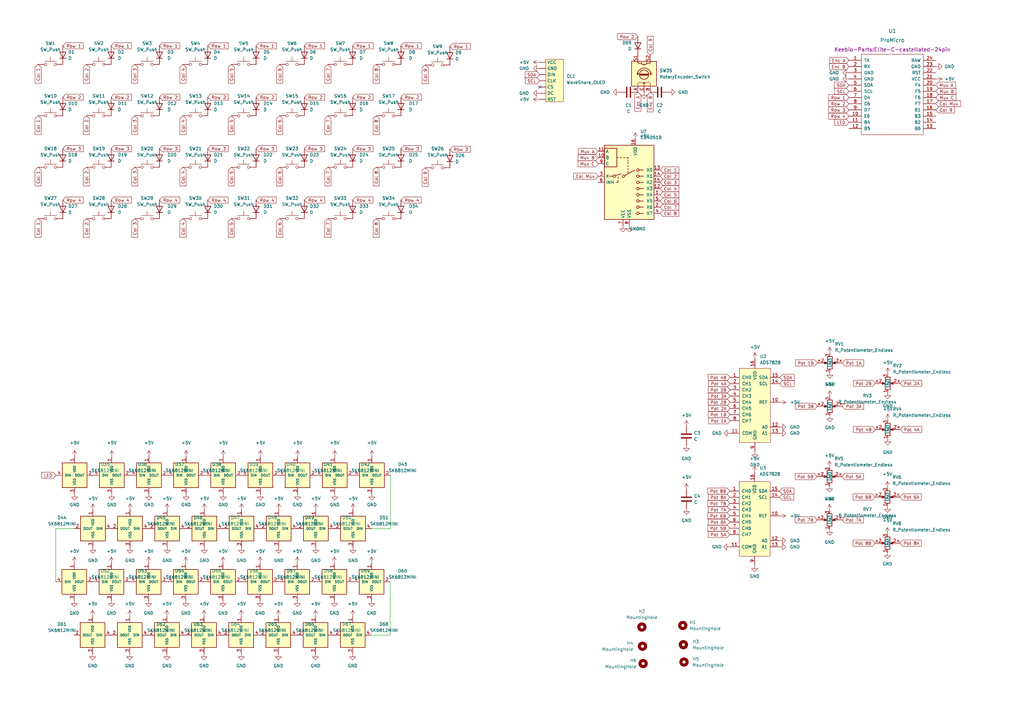
<source format=kicad_sch>
(kicad_sch (version 20211123) (generator eeschema)
  (paper "A3")
  (no_connect (at 221.361 35.687))
  (wire (pts (xy 152.4 216.789) (xy 160.147 216.789)))
  (wire (pts (xy 22.86 216.789) (xy 22.86 238.633)))
  (wire (pts (xy 160.02 238.633) (xy 160.02 260.477)))
  (wire (pts (xy 160.147 194.945) (xy 160.147 216.789)))
  (wire (pts (xy 152.273 260.477) (xy 160.02 260.477)))
  (wire (pts (xy 30.48 216.789) (xy 22.86 216.789)))
  (global_label "Mux A" (shape input) (at 383.794 34.925 0) (property "Intersheet References" "${INTERSHEET_REFS}" (effects hide)))
  (global_label "Col 2" (shape input) (at 35.433 26.416 270) (property "Intersheet References" "${INTERSHEET_REFS}" (effects hide)))
  (global_label "LED" (shape input) (at 348.234 50.165 180) (property "Intersheet References" "${INTERSHEET_REFS}" (effects hide)))
  (global_label "Col 2" (shape input) (at 35.433 68.58 270) (property "Intersheet References" "${INTERSHEET_REFS}" (effects hide)))
  (global_label "Pot 2B" (shape input) (at 299.466 164.973 180) (property "Intersheet References" "${INTERSHEET_REFS}" (effects hide)))
  (global_label "Row 3" (shape input) (at 85.217 60.96 0) (property "Intersheet References" "${INTERSHEET_REFS}" (effects hide)))
  (global_label "Row 1" (shape input) (at 348.234 40.005 180) (property "Intersheet References" "${INTERSHEET_REFS}" (effects hide)))
  (global_label "Row 3" (shape input) (at 105.029 60.96 0) (property "Intersheet References" "${INTERSHEET_REFS}" (effects hide)))
  (global_label "Col 6" (shape input) (at 114.681 47.498 270) (property "Intersheet References" "${INTERSHEET_REFS}" (effects hide)))
  (global_label "Row 1" (shape input) (at 45.593 18.796 0) (property "Intersheet References" "${INTERSHEET_REFS}" (effects hide)))
  (global_label "Pot 3A" (shape input) (at 299.466 162.433 180) (property "Intersheet References" "${INTERSHEET_REFS}" (effects hide)))
  (global_label "Row 2" (shape input) (at 144.653 39.878 0) (property "Intersheet References" "${INTERSHEET_REFS}" (effects hide)))
  (global_label "Col 1" (shape input) (at 15.621 26.416 270) (property "Intersheet References" "${INTERSHEET_REFS}" (effects hide)))
  (global_label "Pot 1A" (shape input) (at 299.466 172.593 180) (property "Intersheet References" "${INTERSHEET_REFS}" (effects hide)))
  (global_label "Pot 1A" (shape input) (at 345.44 148.844 0) (property "Intersheet References" "${INTERSHEET_REFS}" (effects hide)))
  (global_label "Row 4" (shape input) (at 85.217 82.042 0) (property "Intersheet References" "${INTERSHEET_REFS}" (effects hide)))
  (global_label "Row 3" (shape input) (at 124.841 60.96 0) (property "Intersheet References" "${INTERSHEET_REFS}" (effects hide)))
  (global_label "Col 6" (shape input) (at 270.764 82.423 0) (property "Intersheet References" "${INTERSHEET_REFS}" (effects hide)))
  (global_label "Row 3" (shape input) (at 65.405 60.96 0) (property "Intersheet References" "${INTERSHEET_REFS}" (effects hide)))
  (global_label "SDA" (shape input) (at 348.234 34.925 180) (property "Intersheet References" "${INTERSHEET_REFS}" (effects hide)))
  (global_label "Col 5" (shape input) (at 94.869 47.498 270) (property "Intersheet References" "${INTERSHEET_REFS}" (effects hide)))
  (global_label "Pot 6B" (shape input) (at 299.339 211.582 180) (property "Intersheet References" "${INTERSHEET_REFS}" (effects hide)))
  (global_label "Col 2" (shape input) (at 270.764 72.263 0) (property "Intersheet References" "${INTERSHEET_REFS}" (effects hide)))
  (global_label "Pot 7B" (shape input) (at 299.339 206.502 180) (property "Intersheet References" "${INTERSHEET_REFS}" (effects hide)))
  (global_label "Mux B" (shape input) (at 245.364 64.643 180) (property "Intersheet References" "${INTERSHEET_REFS}" (effects hide)))
  (global_label "Pot 2B" (shape input) (at 359.029 157.226 180) (property "Intersheet References" "${INTERSHEET_REFS}" (effects hide)))
  (global_label "Pot 3B" (shape input) (at 335.28 166.624 180) (property "Intersheet References" "${INTERSHEET_REFS}" (effects hide)))
  (global_label "Row 2" (shape input) (at 25.781 39.878 0) (property "Intersheet References" "${INTERSHEET_REFS}" (effects hide)))
  (global_label "Pot 8A" (shape input) (at 369.062 222.758 0) (property "Intersheet References" "${INTERSHEET_REFS}" (effects hide)))
  (global_label "Row 2" (shape input) (at 45.593 39.878 0) (property "Intersheet References" "${INTERSHEET_REFS}" (effects hide)))
  (global_label "Col 1" (shape input) (at 270.764 69.723 0) (property "Intersheet References" "${INTERSHEET_REFS}" (effects hide)))
  (global_label "Col 8" (shape input) (at 154.305 47.498 270) (property "Intersheet References" "${INTERSHEET_REFS}" (effects hide)))
  (global_label "Col 2" (shape input) (at 35.433 47.498 270) (property "Intersheet References" "${INTERSHEET_REFS}" (effects hide)))
  (global_label "Col 8" (shape input) (at 270.764 87.503 0) (property "Intersheet References" "${INTERSHEET_REFS}" (effects hide)))
  (global_label "Col 5" (shape input) (at 270.764 79.883 0) (property "Intersheet References" "${INTERSHEET_REFS}" (effects hide)))
  (global_label "Row 1" (shape input) (at 25.781 18.796 0) (property "Intersheet References" "${INTERSHEET_REFS}" (effects hide)))
  (global_label "Col 5" (shape input) (at 94.869 89.662 270) (property "Intersheet References" "${INTERSHEET_REFS}" (effects hide)))
  (global_label "Enc A" (shape input) (at 261.62 37.846 270) (property "Intersheet References" "${INTERSHEET_REFS}" (effects hide)))
  (global_label "Col 3" (shape input) (at 55.245 68.58 270) (property "Intersheet References" "${INTERSHEET_REFS}" (effects hide)))
  (global_label "Pot 5A" (shape input) (at 299.339 219.202 180) (property "Intersheet References" "${INTERSHEET_REFS}" (effects hide)))
  (global_label "Col 4" (shape input) (at 75.057 89.662 270) (property "Intersheet References" "${INTERSHEET_REFS}" (effects hide)))
  (global_label "Col 1" (shape input) (at 15.621 68.58 270) (property "Intersheet References" "${INTERSHEET_REFS}" (effects hide)))
  (global_label "Col 8" (shape input) (at 154.305 68.58 270) (property "Intersheet References" "${INTERSHEET_REFS}" (effects hide)))
  (global_label "Pot 3B" (shape input) (at 299.466 159.893 180) (property "Intersheet References" "${INTERSHEET_REFS}" (effects hide)))
  (global_label "Mux B" (shape input) (at 383.794 37.465 0) (property "Intersheet References" "${INTERSHEET_REFS}" (effects hide)))
  (global_label "Col 7" (shape input) (at 134.493 26.416 270) (property "Intersheet References" "${INTERSHEET_REFS}" (effects hide)))
  (global_label "Col 8" (shape input) (at 154.305 26.416 270) (property "Intersheet References" "${INTERSHEET_REFS}" (effects hide)))
  (global_label "Col 4" (shape input) (at 75.057 26.416 270) (property "Intersheet References" "${INTERSHEET_REFS}" (effects hide)))
  (global_label "Pot 5B" (shape input) (at 299.339 216.662 180) (property "Intersheet References" "${INTERSHEET_REFS}" (effects hide)))
  (global_label "Row 3" (shape input) (at 184.531 61.214 0) (property "Intersheet References" "${INTERSHEET_REFS}" (effects hide)))
  (global_label "Row 2" (shape input) (at 164.465 39.878 0) (property "Intersheet References" "${INTERSHEET_REFS}" (effects hide)))
  (global_label "Pot 6A" (shape input) (at 299.339 214.122 180) (property "Intersheet References" "${INTERSHEET_REFS}" (effects hide)))
  (global_label "Col 1" (shape input) (at 15.621 89.662 270) (property "Intersheet References" "${INTERSHEET_REFS}" (effects hide)))
  (global_label "Pot 4B" (shape input) (at 299.466 154.813 180) (property "Intersheet References" "${INTERSHEET_REFS}" (effects hide)))
  (global_label "Col 8" (shape input) (at 154.305 89.662 270) (property "Intersheet References" "${INTERSHEET_REFS}" (effects hide)))
  (global_label "Col 9" (shape input) (at 383.794 45.085 0) (property "Intersheet References" "${INTERSHEET_REFS}" (effects hide)))
  (global_label "Pot 8B" (shape input) (at 299.339 201.422 180) (property "Intersheet References" "${INTERSHEET_REFS}" (effects hide)))
  (global_label "Pot 4B" (shape input) (at 359.029 176.149 180) (property "Intersheet References" "${INTERSHEET_REFS}" (effects hide)))
  (global_label "Pot 8A" (shape input) (at 299.339 203.962 180) (property "Intersheet References" "${INTERSHEET_REFS}" (effects hide)))
  (global_label "SCL" (shape input) (at 319.659 203.962 0) (property "Intersheet References" "${INTERSHEET_REFS}" (effects hide)))
  (global_label "Col 2" (shape input) (at 35.433 89.662 270) (property "Intersheet References" "${INTERSHEET_REFS}" (effects hide)))
  (global_label "Col 9" (shape input) (at 174.371 26.67 270) (property "Intersheet References" "${INTERSHEET_REFS}" (effects hide)))
  (global_label "Pot 4A" (shape input) (at 369.189 176.149 0) (property "Intersheet References" "${INTERSHEET_REFS}" (effects hide)))
  (global_label "Mux A" (shape input) (at 245.364 62.103 180) (property "Intersheet References" "${INTERSHEET_REFS}" (effects hide)))
  (global_label "Row 2" (shape input) (at 85.217 39.878 0) (property "Intersheet References" "${INTERSHEET_REFS}" (effects hide)))
  (global_label "Col 3" (shape input) (at 270.764 74.803 0) (property "Intersheet References" "${INTERSHEET_REFS}" (effects hide)))
  (global_label "Pot 5B" (shape input) (at 335.153 195.453 180) (property "Intersheet References" "${INTERSHEET_REFS}" (effects hide)))
  (global_label "Pot 3A" (shape input) (at 345.44 166.624 0) (property "Intersheet References" "${INTERSHEET_REFS}" (effects hide)))
  (global_label "Col 7" (shape input) (at 134.493 89.662 270) (property "Intersheet References" "${INTERSHEET_REFS}" (effects hide)))
  (global_label "Enc A" (shape input) (at 348.234 24.765 180) (property "Intersheet References" "${INTERSHEET_REFS}" (effects hide)))
  (global_label "LED" (shape input) (at 22.987 194.945 180) (property "Intersheet References" "${INTERSHEET_REFS}" (effects hide)))
  (global_label "Col 7" (shape input) (at 134.493 47.498 270) (property "Intersheet References" "${INTERSHEET_REFS}" (effects hide)))
  (global_label "SDA" (shape input) (at 221.361 30.607 180) (property "Intersheet References" "${INTERSHEET_REFS}" (effects hide)))
  (global_label "Col 6" (shape input) (at 114.681 89.662 270) (property "Intersheet References" "${INTERSHEET_REFS}" (effects hide)))
  (global_label "Mux C" (shape input) (at 383.794 40.005 0) (property "Intersheet References" "${INTERSHEET_REFS}" (effects hide)))
  (global_label "Row 4" (shape input) (at 105.029 82.042 0) (property "Intersheet References" "${INTERSHEET_REFS}" (effects hide)))
  (global_label "Row 4" (shape input) (at 124.841 82.042 0) (property "Intersheet References" "${INTERSHEET_REFS}" (effects hide)))
  (global_label "Col 1" (shape input) (at 15.621 47.498 270) (property "Intersheet References" "${INTERSHEET_REFS}" (effects hide)))
  (global_label "Col 4" (shape input) (at 270.764 77.343 0) (property "Intersheet References" "${INTERSHEET_REFS}" (effects hide)))
  (global_label "Row 2" (shape input) (at 65.405 39.878 0) (property "Intersheet References" "${INTERSHEET_REFS}" (effects hide)))
  (global_label "SDA" (shape input) (at 319.786 154.813 0) (property "Intersheet References" "${INTERSHEET_REFS}" (effects hide)))
  (global_label "Pot 5A" (shape input) (at 345.313 195.453 0) (property "Intersheet References" "${INTERSHEET_REFS}" (effects hide)))
  (global_label "Row 2" (shape input) (at 105.029 39.878 0) (property "Intersheet References" "${INTERSHEET_REFS}" (effects hide)))
  (global_label "Pot 7B" (shape input) (at 335.153 213.233 180) (property "Intersheet References" "${INTERSHEET_REFS}" (effects hide)))
  (global_label "Row 4" (shape input) (at 164.465 82.042 0) (property "Intersheet References" "${INTERSHEET_REFS}" (effects hide)))
  (global_label "Mux C" (shape input) (at 245.364 67.183 180) (property "Intersheet References" "${INTERSHEET_REFS}" (effects hide)))
  (global_label "Enc B" (shape input) (at 348.234 27.305 180) (property "Intersheet References" "${INTERSHEET_REFS}" (effects hide)))
  (global_label "Col 7" (shape input) (at 270.764 84.963 0) (property "Intersheet References" "${INTERSHEET_REFS}" (effects hide)))
  (global_label "Col 4" (shape input) (at 75.057 47.498 270) (property "Intersheet References" "${INTERSHEET_REFS}" (effects hide)))
  (global_label "Pot 2A" (shape input) (at 369.189 157.226 0) (property "Intersheet References" "${INTERSHEET_REFS}" (effects hide)))
  (global_label "Row 4" (shape input) (at 25.781 82.042 0) (property "Intersheet References" "${INTERSHEET_REFS}" (effects hide)))
  (global_label "Col 3" (shape input) (at 55.245 89.662 270) (property "Intersheet References" "${INTERSHEET_REFS}" (effects hide)))
  (global_label "Pot 1B" (shape input) (at 299.466 170.053 180) (property "Intersheet References" "${INTERSHEET_REFS}" (effects hide)))
  (global_label "Enc B" (shape input) (at 266.7 37.846 270) (property "Intersheet References" "${INTERSHEET_REFS}" (effects hide)))
  (global_label "Pot 6B" (shape input) (at 358.902 203.835 180) (property "Intersheet References" "${INTERSHEET_REFS}" (effects hide)))
  (global_label "SCL" (shape input) (at 319.786 157.353 0) (property "Intersheet References" "${INTERSHEET_REFS}" (effects hide)))
  (global_label "Col 9" (shape input) (at 174.371 68.834 270) (property "Intersheet References" "${INTERSHEET_REFS}" (effects hide)))
  (global_label "Col Mux" (shape input) (at 383.794 42.545 0) (property "Intersheet References" "${INTERSHEET_REFS}" (effects hide)))
  (global_label "Row 4" (shape input) (at 45.593 82.042 0) (property "Intersheet References" "${INTERSHEET_REFS}" (effects hide)))
  (global_label "Row 1" (shape input) (at 105.029 18.796 0) (property "Intersheet References" "${INTERSHEET_REFS}" (effects hide)))
  (global_label "Col 7" (shape input) (at 134.493 68.58 270) (property "Intersheet References" "${INTERSHEET_REFS}" (effects hide)))
  (global_label "Row 2" (shape input) (at 124.841 39.878 0) (property "Intersheet References" "${INTERSHEET_REFS}" (effects hide)))
  (global_label "Row 2" (shape input) (at 261.62 14.986 180) (property "Intersheet References" "${INTERSHEET_REFS}" (effects hide)))
  (global_label "Pot 4A" (shape input) (at 299.466 157.353 180) (property "Intersheet References" "${INTERSHEET_REFS}" (effects hide)))
  (global_label "Row 3" (shape input) (at 164.465 60.96 0) (property "Intersheet References" "${INTERSHEET_REFS}" (effects hide)))
  (global_label "Row 1" (shape input) (at 184.531 19.05 0) (property "Intersheet References" "${INTERSHEET_REFS}" (effects hide)))
  (global_label "Col 6" (shape input) (at 114.681 68.58 270) (property "Intersheet References" "${INTERSHEET_REFS}" (effects hide)))
  (global_label "Pot 8B" (shape input) (at 358.902 222.758 180) (property "Intersheet References" "${INTERSHEET_REFS}" (effects hide)))
  (global_label "Col Mux" (shape input) (at 245.364 72.263 180) (property "Intersheet References" "${INTERSHEET_REFS}" (effects hide)))
  (global_label "Col 6" (shape input) (at 114.681 26.416 270) (property "Intersheet References" "${INTERSHEET_REFS}" (effects hide)))
  (global_label "Pot 6A" (shape input) (at 369.062 203.835 0) (property "Intersheet References" "${INTERSHEET_REFS}" (effects hide)))
  (global_label "Pot 1B" (shape input) (at 335.28 148.844 180) (property "Intersheet References" "${INTERSHEET_REFS}" (effects hide)))
  (global_label "Row 3" (shape input) (at 348.234 45.085 180) (property "Intersheet References" "${INTERSHEET_REFS}" (effects hide)))
  (global_label "Row 4" (shape input) (at 348.234 47.625 180) (property "Intersheet References" "${INTERSHEET_REFS}" (effects hide)))
  (global_label "Pot 2A" (shape input) (at 299.466 167.513 180) (property "Intersheet References" "${INTERSHEET_REFS}" (effects hide)))
  (global_label "SDA" (shape input) (at 319.659 201.422 0) (property "Intersheet References" "${INTERSHEET_REFS}" (effects hide)))
  (global_label "SCL" (shape input) (at 221.361 33.147 180) (property "Intersheet References" "${INTERSHEET_REFS}" (effects hide)))
  (global_label "Col 5" (shape input) (at 94.869 68.58 270) (property "Intersheet References" "${INTERSHEET_REFS}" (effects hide)))
  (global_label "SCL" (shape input) (at 348.234 37.465 180) (property "Intersheet References" "${INTERSHEET_REFS}" (effects hide)))
  (global_label "Col 9" (shape input) (at 266.7 22.606 90) (property "Intersheet References" "${INTERSHEET_REFS}" (effects hide)))
  (global_label "Row 3" (shape input) (at 25.781 60.96 0) (property "Intersheet References" "${INTERSHEET_REFS}" (effects hide)))
  (global_label "Row 2" (shape input) (at 348.234 42.545 180) (property "Intersheet References" "${INTERSHEET_REFS}" (effects hide)))
  (global_label "Row 3" (shape input) (at 144.653 60.96 0) (property "Intersheet References" "${INTERSHEET_REFS}" (effects hide)))
  (global_label "Row 1" (shape input) (at 124.841 18.796 0) (property "Intersheet References" "${INTERSHEET_REFS}" (effects hide)))
  (global_label "Col 4" (shape input) (at 75.057 68.58 270) (property "Intersheet References" "${INTERSHEET_REFS}" (effects hide)))
  (global_label "Pot 7A" (shape input) (at 345.313 213.233 0) (property "Intersheet References" "${INTERSHEET_REFS}" (effects hide)))
  (global_label "Row 3" (shape input) (at 45.593 60.96 0) (property "Intersheet References" "${INTERSHEET_REFS}" (effects hide)))
  (global_label "Col 3" (shape input) (at 55.245 26.416 270) (property "Intersheet References" "${INTERSHEET_REFS}" (effects hide)))
  (global_label "Row 1" (shape input) (at 164.465 18.796 0) (property "Intersheet References" "${INTERSHEET_REFS}" (effects hide)))
  (global_label "Row 4" (shape input) (at 144.653 82.042 0) (property "Intersheet References" "${INTERSHEET_REFS}" (effects hide)))
  (global_label "Row 1" (shape input) (at 144.653 18.796 0) (property "Intersheet References" "${INTERSHEET_REFS}" (effects hide)))
  (global_label "Col 3" (shape input) (at 55.245 47.498 270) (property "Intersheet References" "${INTERSHEET_REFS}" (effects hide)))
  (global_label "Row 1" (shape input) (at 85.217 18.796 0) (property "Intersheet References" "${INTERSHEET_REFS}" (effects hide)))
  (global_label "Col 5" (shape input) (at 94.869 26.416 270) (property "Intersheet References" "${INTERSHEET_REFS}" (effects hide)))
  (global_label "Pot 7A" (shape input) (at 299.339 209.042 180) (property "Intersheet References" "${INTERSHEET_REFS}" (effects hide)))
  (global_label "Row 1" (shape input) (at 65.405 18.796 0) (property "Intersheet References" "${INTERSHEET_REFS}" (effects hide)))
  (global_label "Row 4" (shape input) (at 65.405 82.042 0) (property "Intersheet References" "${INTERSHEET_REFS}" (effects hide)))
  (symbol (lib_id "power:+5V") (at 260.604 57.023 0) (unit 1)
    (property "Reference" "#PWR?" (effects hide))
    (property "Value" "+5V" (at 262.255 55.7529 0) (effects (justify left)))
  )
  (symbol (lib_id "power:+5V") (at 363.982 218.948 0) (unit 1)
    (property "Reference" "#PWR0181" (effects hide))
    (property "Value" "+5V" (at 363.982 213.487 0))
  )
  (symbol (lib_id "Device:D") (at 45.593 64.77 90) (unit 1)
    (property "Reference" "D19" (at 48.26 63.4999 90) (effects (justify right)))
    (property "Value" "D" (at 48.26 66.0399 90) (effects (justify right)))
    (property "Footprint" "Diode_SMD:D_0805_2012Metric_Pad1.15x1.40mm_HandSolder" (effects hide))
  )
  (symbol (lib_id "Switch:SW_Push") (at 80.137 47.498 0) (unit 1)
    (property "Reference" "SW13" (at 80.137 39.37 0))
    (property "Value" "SW_Push" (at 80.137 41.91 0))
    (property "Footprint" "Pale Slim Ghost:Kailh Choc V1" (effects hide))
  )
  (symbol (lib_id "power:GND") (at 144.78 224.409 0) (mirror y) (unit 1)
    (property "Reference" "#PWR0155" (effects hide))
    (property "Value" "GND" (at 144.78 229.87 0))
  )
  (symbol (lib_id "power:+5V") (at 60.96 231.013 0) (unit 1)
    (property "Reference" "#PWR0132" (effects hide))
    (property "Value" "+5V" (at 60.96 226.06 0))
  )
  (symbol (lib_id "Device:D") (at 144.653 64.77 90) (unit 1)
    (property "Reference" "D24" (at 147.32 63.4999 90) (effects (justify right)))
    (property "Value" "D" (at 147.32 66.0399 90) (effects (justify right)))
    (property "Footprint" "Diode_SMD:D_0805_2012Metric_Pad1.15x1.40mm_HandSolder" (effects hide))
  )
  (symbol (lib_id "power:+5V") (at 83.82 209.169 0) (mirror y) (unit 1)
    (property "Reference" "#PWR0115" (effects hide))
    (property "Value" "+5V" (at 83.82 204.47 0))
  )
  (symbol (lib_id "Device:D") (at 124.841 43.688 90) (unit 1)
    (property "Reference" "D15" (at 127 42.4179 90) (effects (justify right)))
    (property "Value" "D" (at 127 44.9579 90) (effects (justify right)))
    (property "Footprint" "Diode_SMD:D_0805_2012Metric_Pad1.15x1.40mm_HandSolder" (effects hide))
  )
  (symbol (lib_id "Switch:SW_Push") (at 80.137 26.416 0) (unit 1)
    (property "Reference" "SW4" (at 80.137 17.78 0))
    (property "Value" "SW_Push" (at 80.137 20.32 0))
    (property "Footprint" "Pale Slim Ghost:Kailh Choc V1" (effects hide))
  )
  (symbol (lib_id "Switch:SW_Push") (at 119.761 68.58 0) (unit 1)
    (property "Reference" "SW23" (at 119.761 60.96 0))
    (property "Value" "SW_Push" (at 119.761 63.5 0))
    (property "Footprint" "Pale Slim Ghost:Kailh Choc V1" (effects hide))
  )
  (symbol (lib_id "kbd:YS-SK6812MINI-E") (at 83.693 260.477 0) (mirror y) (unit 1)
    (property "Reference" "D64" (at 96.52 255.9926 0))
    (property "Value" "SK6812MINI" (at 96.52 258.5326 0))
    (property "Footprint" "Pale Slim Ghost:SK6812MINI-E" (effects hide))
    (property "Datasheet" "https://cdn-shop.adafruit.com/product-files/2686/SK6812MINI_REV.01-1-2.pdf" (effects hide))
  )
  (symbol (lib_id "power:GND") (at 319.786 177.673 90) (unit 1)
    (property "Reference" "#PWR015" (effects hide))
    (property "Value" "GND" (at 323.977 177.6729 90) (effects (justify right)))
  )
  (symbol (lib_id "power:+5V") (at 121.92 231.013 0) (unit 1)
    (property "Reference" "#PWR0148" (effects hide))
    (property "Value" "+5V" (at 121.92 226.06 0))
  )
  (symbol (lib_id "Switch:SW_Push") (at 119.761 47.498 0) (unit 1)
    (property "Reference" "SW15" (at 119.761 39.37 0))
    (property "Value" "SW_Push" (at 119.761 41.91 0))
    (property "Footprint" "Pale Slim Ghost:Kailh Choc V1" (effects hide))
  )
  (symbol (lib_id "kbd:YS-SK6812MINI-E") (at 106.807 194.945 0) (unit 1)
    (property "Reference" "D40" (at 119.38 190.4606 0))
    (property "Value" "SK6812MINI" (at 119.38 193.0006 0))
    (property "Footprint" "Pale Slim Ghost:SK6812MINI-E" (effects hide))
    (property "Datasheet" "https://cdn-shop.adafruit.com/product-files/2686/SK6812MINI_REV.01-1-2.pdf" (effects hide))
  )
  (symbol (lib_id "Switch:SW_Push") (at 40.513 68.58 0) (unit 1)
    (property "Reference" "SW19" (at 40.513 60.96 0))
    (property "Value" "SW_Push" (at 40.513 63.5 0))
    (property "Footprint" "Pale Slim Ghost:Kailh Choc V1" (effects hide))
  )
  (symbol (lib_id "kbd:YS-SK6812MINI-E") (at 122.047 194.945 0) (unit 1)
    (property "Reference" "D41" (at 134.62 190.4606 0))
    (property "Value" "SK6812MINI" (at 134.62 193.0006 0))
    (property "Footprint" "Pale Slim Ghost:SK6812MINI-E" (effects hide))
    (property "Datasheet" "https://cdn-shop.adafruit.com/product-files/2686/SK6812MINI_REV.01-1-2.pdf" (effects hide))
  )
  (symbol (lib_id "power:+5V") (at 129.413 252.857 0) (mirror y) (unit 1)
    (property "Reference" "#PWR0157" (effects hide))
    (property "Value" "+5V" (at 129.413 247.65 0))
  )
  (symbol (lib_id "kbd:YS-SK6812MINI-E") (at 45.847 194.945 0) (unit 1)
    (property "Reference" "D36" (at 58.42 190.4606 0))
    (property "Value" "SK6812MINI" (at 58.42 193.0006 0))
    (property "Footprint" "Pale Slim Ghost:SK6812MINI-E" (effects hide))
    (property "Datasheet" "https://cdn-shop.adafruit.com/product-files/2686/SK6812MINI_REV.01-1-2.pdf" (effects hide))
  )
  (symbol (lib_id "power:+5V") (at 363.982 200.025 0) (unit 1)
    (property "Reference" "#PWR0182" (effects hide))
    (property "Value" "+5V" (at 363.982 194.437 0))
  )
  (symbol (lib_id "Switch:SW_Push") (at 40.513 26.416 0) (unit 1)
    (property "Reference" "SW2" (at 40.513 17.78 0))
    (property "Value" "SW_Push" (at 40.513 20.32 0))
    (property "Footprint" "Pale Slim Ghost:Kailh Choc V1" (effects hide))
  )
  (symbol (lib_id "Device:D") (at 25.781 22.606 90) (unit 1)
    (property "Reference" "D1" (at 27.94 21.3359 90) (effects (justify right)))
    (property "Value" "D" (at 27.94 23.8759 90) (effects (justify right)))
    (property "Footprint" "Diode_SMD:D_0805_2012Metric_Pad1.15x1.40mm_HandSolder" (effects hide))
  )
  (symbol (lib_id "power:+5V") (at 38.1 209.169 0) (mirror y) (unit 1)
    (property "Reference" "#PWR0135" (effects hide))
    (property "Value" "+5V" (at 38.1 204.47 0))
  )
  (symbol (lib_id "Pale Slim Ghost:R_Potentiometer_Endless") (at 363.982 222.758 0) (unit 1)
    (property "Reference" "RV8" (at 366.0014 214.757 0) (effects (justify left)))
    (property "Value" "R_Potentiometer_Endless" (at 366.0014 217.297 0) (effects (justify left)))
    (property "Footprint" "Pale Slim Ghost:Alpha RV112FF" (effects hide))
  )
  (symbol (lib_id "power:+5V") (at 91.567 187.325 0) (unit 1)
    (property "Reference" "#PWR0112" (effects hide))
    (property "Value" "+5V" (at 91.567 181.61 0))
  )
  (symbol (lib_id "Device:D") (at 144.653 22.606 90) (unit 1)
    (property "Reference" "D7" (at 147.32 21.3359 90) (effects (justify right)))
    (property "Value" "D" (at 147.32 23.8759 90) (effects (justify right)))
    (property "Footprint" "Diode_SMD:D_0805_2012Metric_Pad1.15x1.40mm_HandSolder" (effects hide))
  )
  (symbol (lib_id "power:GND") (at 309.499 231.902 0) (unit 1)
    (property "Reference" "#PWR0176" (effects hide))
    (property "Value" "GND" (at 309.499 236.347 0))
  )
  (symbol (lib_id "power:GND") (at 30.607 202.565 0) (unit 1)
    (property "Reference" "#PWR0137" (effects hide))
    (property "Value" "GND" (at 30.607 207.01 0))
  )
  (symbol (lib_id "Device:C") (at 270.51 37.846 90) (unit 1)
    (property "Reference" "C2" (at 270.51 43.18 90))
    (property "Value" "C" (at 270.51 45.72 90))
    (property "Footprint" "Capacitor_SMD:C_0805_2012Metric_Pad1.18x1.45mm_HandSolder" (effects hide))
  )
  (symbol (lib_id "Device:C") (at 281.559 178.816 0) (unit 1)
    (property "Reference" "C3" (at 284.607 177.5459 0) (effects (justify left)))
    (property "Value" "C" (at 284.607 180.0859 0) (effects (justify left)))
    (property "Footprint" "Capacitor_SMD:C_0805_2012Metric_Pad1.18x1.45mm_HandSolder" (effects hide))
  )
  (symbol (lib_id "power:+5V") (at 137.16 231.013 0) (unit 1)
    (property "Reference" "#PWR0145" (effects hide))
    (property "Value" "+5V" (at 137.16 226.06 0))
  )
  (symbol (lib_id "power:GND") (at 30.48 246.253 0) (unit 1)
    (property "Reference" "#PWR0122" (effects hide))
    (property "Value" "GND" (at 30.48 251.46 0))
  )
  (symbol (lib_id "kbd:YS-SK6812MINI-E") (at 61.087 194.945 0) (unit 1)
    (property "Reference" "D37" (at 73.66 190.4606 0))
    (property "Value" "SK6812MINI" (at 73.66 193.0006 0))
    (property "Footprint" "Pale Slim Ghost:SK6812MINI-E" (effects hide))
    (property "Datasheet" "https://cdn-shop.adafruit.com/product-files/2686/SK6812MINI_REV.01-1-2.pdf" (effects hide))
  )
  (symbol (lib_id "Switch:SW_Push") (at 159.385 47.498 0) (unit 1)
    (property "Reference" "SW17" (at 159.385 39.37 0))
    (property "Value" "SW_Push" (at 159.385 41.91 0))
    (property "Footprint" "Pale Slim Ghost:Kailh Choc V1" (effects hide))
  )
  (symbol (lib_id "power:+5V") (at 53.213 252.857 0) (mirror y) (unit 1)
    (property "Reference" "#PWR0124" (effects hide))
    (property "Value" "+5V" (at 53.213 247.65 0))
  )
  (symbol (lib_id "Switch:SW_Push") (at 80.137 89.662 0) (unit 1)
    (property "Reference" "SW30" (at 80.137 81.28 0))
    (property "Value" "SW_Push" (at 80.137 83.82 0))
    (property "Footprint" "Pale Slim Ghost:Kailh Choc V1" (effects hide))
  )
  (symbol (lib_id "kbd:YS-SK6812MINI-E") (at 144.653 260.477 0) (mirror y) (unit 1)
    (property "Reference" "D68" (at 157.48 255.9926 0))
    (property "Value" "SK6812MINI" (at 157.48 258.5326 0))
    (property "Footprint" "Pale Slim Ghost:SK6812MINI-E" (effects hide))
    (property "Datasheet" "https://cdn-shop.adafruit.com/product-files/2686/SK6812MINI_REV.01-1-2.pdf" (effects hide))
  )
  (symbol (lib_id "power:+5V") (at 364.109 153.416 0) (unit 1)
    (property "Reference" "#PWR07" (effects hide))
    (property "Value" "+5V" (at 364.109 148.717 0))
  )
  (symbol (lib_id "Device:D") (at 164.465 64.77 90) (unit 1)
    (property "Reference" "D25" (at 167.64 63.4999 90) (effects (justify right)))
    (property "Value" "D" (at 167.64 66.0399 90) (effects (justify right)))
    (property "Footprint" "Diode_SMD:D_0805_2012Metric_Pad1.15x1.40mm_HandSolder" (effects hide))
  )
  (symbol (lib_id "Switch:SW_Push") (at 139.573 68.58 0) (unit 1)
    (property "Reference" "SW24" (at 139.573 60.96 0))
    (property "Value" "SW_Push" (at 139.573 63.5 0))
    (property "Footprint" "Pale Slim Ghost:Kailh Choc V1" (effects hide))
  )
  (symbol (lib_id "Device:D") (at 85.217 64.77 90) (unit 1)
    (property "Reference" "D21" (at 87.63 63.4999 90) (effects (justify right)))
    (property "Value" "D" (at 87.63 66.0399 90) (effects (justify right)))
    (property "Footprint" "Diode_SMD:D_0805_2012Metric_Pad1.15x1.40mm_HandSolder" (effects hide))
  )
  (symbol (lib_id "Switch:SW_Push") (at 99.949 68.58 0) (unit 1)
    (property "Reference" "SW22" (at 99.949 60.96 0))
    (property "Value" "SW_Push" (at 99.949 63.5 0))
    (property "Footprint" "Pale Slim Ghost:Kailh Choc V1" (effects hide))
  )
  (symbol (lib_id "Device:D") (at 124.841 64.77 90) (unit 1)
    (property "Reference" "D23" (at 127 63.4999 90) (effects (justify right)))
    (property "Value" "D" (at 127 66.0399 90) (effects (justify right)))
    (property "Footprint" "Diode_SMD:D_0805_2012Metric_Pad1.15x1.40mm_HandSolder" (effects hide))
  )
  (symbol (lib_id "power:GND") (at 60.96 246.253 0) (unit 1)
    (property "Reference" "#PWR0131" (effects hide))
    (property "Value" "GND" (at 60.96 251.46 0))
  )
  (symbol (lib_id "power:+5V") (at 61.087 187.325 0) (unit 1)
    (property "Reference" "#PWR0143" (effects hide))
    (property "Value" "+5V" (at 61.087 181.61 0))
  )
  (symbol (lib_id "kbd:YS-SK6812MINI-E") (at 106.68 238.633 0) (unit 1)
    (property "Reference" "D57" (at 119.38 234.1486 0))
    (property "Value" "SK6812MINI" (at 119.38 236.6886 0))
    (property "Footprint" "Pale Slim Ghost:SK6812MINI-E" (effects hide))
    (property "Datasheet" "https://cdn-shop.adafruit.com/product-files/2686/SK6812MINI_REV.01-1-2.pdf" (effects hide))
  )
  (symbol (lib_id "Switch:SW_Push") (at 60.325 47.498 0) (unit 1)
    (property "Reference" "SW12" (at 60.325 39.37 0))
    (property "Value" "SW_Push" (at 60.325 41.91 0))
    (property "Footprint" "Pale Slim Ghost:Kailh Choc V1" (effects hide))
  )
  (symbol (lib_id "kbd:YS-SK6812MINI-E") (at 45.72 238.633 0) (unit 1)
    (property "Reference" "D53" (at 58.42 234.1486 0))
    (property "Value" "SK6812MINI" (at 58.42 236.6886 0))
    (property "Footprint" "Pale Slim Ghost:SK6812MINI-E" (effects hide))
    (property "Datasheet" "https://cdn-shop.adafruit.com/product-files/2686/SK6812MINI_REV.01-1-2.pdf" (effects hide))
  )
  (symbol (lib_id "Switch:SW_Push") (at 99.949 47.498 0) (unit 1)
    (property "Reference" "SW14" (at 99.949 39.37 0))
    (property "Value" "SW_Push" (at 99.949 41.91 0))
    (property "Footprint" "Pale Slim Ghost:Kailh Choc V1" (effects hide))
  )
  (symbol (lib_id "Pale Slim Ghost:R_Potentiometer_Endless") (at 363.982 203.835 0) (unit 1)
    (property "Reference" "RV6" (at 366.0014 195.707 0) (effects (justify left)))
    (property "Value" "R_Potentiometer_Endless" (at 366.0014 198.247 0) (effects (justify left)))
    (property "Footprint" "Pale Slim Ghost:Alpha RV112FF" (effects hide))
  )
  (symbol (lib_id "Device:D") (at 144.653 43.688 90) (unit 1)
    (property "Reference" "D16" (at 147.32 42.4179 90) (effects (justify right)))
    (property "Value" "D" (at 147.32 44.9579 90) (effects (justify right)))
    (property "Footprint" "Diode_SMD:D_0805_2012Metric_Pad1.15x1.40mm_HandSolder" (effects hide))
  )
  (symbol (lib_id "power:+5V") (at 137.287 187.325 0) (unit 1)
    (property "Reference" "#PWR0164" (effects hide))
    (property "Value" "+5V" (at 137.287 181.61 0))
  )
  (symbol (lib_id "Switch:SW_Push") (at 179.451 26.67 0) (unit 1)
    (property "Reference" "SW9" (at 179.451 19.05 0))
    (property "Value" "SW_Push" (at 179.451 21.59 0))
    (property "Footprint" "Pale Slim Ghost:Kailh Choc V1" (effects hide))
  )
  (symbol (lib_id "power:GND") (at 53.213 268.097 0) (mirror y) (unit 1)
    (property "Reference" "#PWR0123" (effects hide))
    (property "Value" "GND" (at 53.213 273.05 0))
  )
  (symbol (lib_id "kbd:YS-SK6812MINI-E") (at 129.54 216.789 0) (mirror y) (unit 1)
    (property "Reference" "D50" (at 142.24 212.3046 0))
    (property "Value" "SK6812MINI" (at 142.24 214.8446 0))
    (property "Footprint" "Pale Slim Ghost:SK6812MINI-E" (effects hide))
    (property "Datasheet" "https://cdn-shop.adafruit.com/product-files/2686/SK6812MINI_REV.01-1-2.pdf" (effects hide))
  )
  (symbol (lib_id "kbd:YS-SK6812MINI-E") (at 98.933 260.477 0) (mirror y) (unit 1)
    (property "Reference" "D65" (at 111.76 255.9926 0))
    (property "Value" "SK6812MINI" (at 111.76 258.5326 0))
    (property "Footprint" "Pale Slim Ghost:SK6812MINI-E" (effects hide))
    (property "Datasheet" "https://cdn-shop.adafruit.com/product-files/2686/SK6812MINI_REV.01-1-2.pdf" (effects hide))
  )
  (symbol (lib_id "Analog_ADC:ADS7828") (at 309.499 211.582 0) (unit 1)
    (property "Reference" "U3" (at 311.5184 191.897 0) (effects (justify left)))
    (property "Value" "ADS7828" (at 311.5184 194.437 0) (effects (justify left)))
    (property "Footprint" "Package_SO:TSSOP-16_4.4x5mm_P0.65mm" (effects hide))
    (property "Datasheet" "http://www.ti.com/lit/ds/symlink/ads7828.pdf" (effects hide))
  )
  (symbol (lib_id "power:GND") (at 121.92 246.253 0) (unit 1)
    (property "Reference" "#PWR0149" (effects hide))
    (property "Value" "GND" (at 121.92 251.46 0))
  )
  (symbol (lib_id "power:+5V") (at 340.36 145.034 0) (unit 1)
    (property "Reference" "#PWR06" (effects hide))
    (property "Value" "+5V" (at 340.36 139.827 0))
  )
  (symbol (lib_id "power:+5V") (at 152.527 187.325 0) (unit 1)
    (property "Reference" "#PWR0161" (effects hide))
    (property "Value" "+5V" (at 152.527 181.61 0))
  )
  (symbol (lib_id "Device:D") (at 85.217 43.688 90) (unit 1)
    (property "Reference" "D13" (at 87.63 42.4179 90) (effects (justify right)))
    (property "Value" "D" (at 87.63 44.9579 90) (effects (justify right)))
    (property "Footprint" "Diode_SMD:D_0805_2012Metric_Pad1.15x1.40mm_HandSolder" (effects hide))
  )
  (symbol (lib_id "kbd:YS-SK6812MINI-E") (at 53.213 260.477 0) (mirror y) (unit 1)
    (property "Reference" "D62" (at 66.04 255.9926 0))
    (property "Value" "SK6812MINI" (at 66.04 258.5326 0))
    (property "Footprint" "Pale Slim Ghost:SK6812MINI-E" (effects hide))
    (property "Datasheet" "https://cdn-shop.adafruit.com/product-files/2686/SK6812MINI_REV.01-1-2.pdf" (effects hide))
  )
  (symbol (lib_id "power:+5V") (at 319.659 211.582 270) (unit 1)
    (property "Reference" "#PWR0169" (effects hide))
    (property "Value" "+5V" (at 323.977 211.5819 90) (effects (justify left)))
  )
  (symbol (lib_id "power:+5V") (at 91.44 231.013 0) (unit 1)
    (property "Reference" "#PWR0107" (effects hide))
    (property "Value" "+5V" (at 91.44 226.06 0))
  )
  (symbol (lib_id "Analog_ADC:ADS7828") (at 309.626 164.973 0) (unit 1)
    (property "Reference" "U2" (at 311.6454 146.177 0) (effects (justify left)))
    (property "Value" "ADS7828" (at 311.6454 148.717 0) (effects (justify left)))
    (property "Footprint" "Package_SO:TSSOP-16_4.4x5mm_P0.65mm" (effects hide))
    (property "Datasheet" "http://www.ti.com/lit/ds/symlink/ads7828.pdf" (effects hide))
  )
  (symbol (lib_id "Device:RotaryEncoder_Switch") (at 264.16 30.226 90) (unit 1)
    (property "Reference" "SW35" (at 270.51 28.9559 90) (effects (justify right)))
    (property "Value" "RotaryEncoder_Switch" (at 270.51 31.4959 90) (effects (justify right)))
    (property "Footprint" "Keebio-Parts:RotaryEncoder_EC11" (effects hide))
  )
  (symbol (lib_id "power:GND") (at 363.982 207.645 0) (unit 1)
    (property "Reference" "#PWR0178" (effects hide))
    (property "Value" "GND" (at 363.982 212.217 0))
  )
  (symbol (lib_id "Device:D") (at 105.029 43.688 90) (unit 1)
    (property "Reference" "D14" (at 107.95 42.4179 90) (effects (justify right)))
    (property "Value" "D" (at 107.95 44.9579 90) (effects (justify right)))
    (property "Footprint" "Diode_SMD:D_0805_2012Metric_Pad1.15x1.40mm_HandSolder" (effects hide))
  )
  (symbol (lib_id "power:GND") (at 258.064 92.583 0) (unit 1)
    (property "Reference" "#PWR?" (effects hide))
    (property "Value" "GND" (at 260.731 93.8529 0) (effects (justify left)))
  )
  (symbol (lib_id "power:+5V") (at 76.2 231.013 0) (unit 1)
    (property "Reference" "#PWR0134" (effects hide))
    (property "Value" "+5V" (at 76.2 226.06 0))
  )
  (symbol (lib_id "power:GND") (at 299.466 177.673 270) (unit 1)
    (property "Reference" "#PWR014" (effects hide))
    (property "Value" "GND" (at 296.037 177.6729 90) (effects (justify right)))
  )
  (symbol (lib_id "power:GND") (at 144.653 268.097 0) (mirror y) (unit 1)
    (property "Reference" "#PWR0158" (effects hide))
    (property "Value" "GND" (at 144.653 273.05 0))
  )
  (symbol (lib_id "power:GND") (at 37.973 268.097 0) (mirror y) (unit 1)
    (property "Reference" "#PWR0125" (effects hide))
    (property "Value" "GND" (at 37.973 273.05 0))
  )
  (symbol (lib_id "Mechanical:MountingHole") (at 280.289 264.414 0) (unit 1)
    (property "Reference" "H3" (at 283.972 263.1439 0) (effects (justify left)))
    (property "Value" "MountingHole" (at 283.972 265.6839 0) (effects (justify left)))
    (property "Footprint" "MountingHole:MountingHole_3.2mm_M3" (effects hide))
  )
  (symbol (lib_id "Pale Slim Ghost:R_Potentiometer_Endless") (at 340.36 148.844 0) (unit 1)
    (property "Reference" "RV1" (at 342.3794 141.097 0) (effects (justify left)))
    (property "Value" "R_Potentiometer_Endless" (at 342.3794 143.637 0) (effects (justify left)))
    (property "Footprint" "Pale Slim Ghost:Alpha RV112FF" (effects hide))
  )
  (symbol (lib_id "Pale Slim Ghost:R_Potentiometer_Endless") (at 364.109 176.149 0) (unit 1)
    (property "Reference" "RV4" (at 366.1284 167.767 0) (effects (justify left)))
    (property "Value" "R_Potentiometer_Endless" (at 366.1284 170.307 0) (effects (justify left)))
    (property "Footprint" "Pale Slim Ghost:Alpha RV112FF" (effects hide))
  )
  (symbol (lib_id "power:+5V") (at 144.78 209.169 0) (mirror y) (unit 1)
    (property "Reference" "#PWR0162" (effects hide))
    (property "Value" "+5V" (at 144.78 204.47 0))
  )
  (symbol (lib_id "Switch:SW_Push") (at 99.949 26.416 0) (unit 1)
    (property "Reference" "SW5" (at 99.949 17.78 0))
    (property "Value" "SW_Push" (at 99.949 20.32 0))
    (property "Footprint" "Pale Slim Ghost:Kailh Choc V1" (effects hide))
  )
  (symbol (lib_id "power:GND") (at 137.16 246.253 0) (unit 1)
    (property "Reference" "#PWR0156" (effects hide))
    (property "Value" "GND" (at 137.16 251.46 0))
  )
  (symbol (lib_id "kbd:YS-SK6812MINI-E") (at 53.34 216.789 0) (mirror y) (unit 1)
    (property "Reference" "D45" (at 66.04 212.3046 0))
    (property "Value" "SK6812MINI" (at 66.04 214.8446 0))
    (property "Footprint" "Pale Slim Ghost:SK6812MINI-E" (effects hide))
    (property "Datasheet" "https://cdn-shop.adafruit.com/product-files/2686/SK6812MINI_REV.01-1-2.pdf" (effects hide))
  )
  (symbol (lib_id "Switch:SW_Push") (at 99.949 89.662 0) (unit 1)
    (property "Reference" "SW31" (at 99.949 81.28 0))
    (property "Value" "SW_Push" (at 99.949 83.82 0))
    (property "Footprint" "Pale Slim Ghost:Kailh Choc V1" (effects hide))
  )
  (symbol (lib_id "power:GND") (at 221.361 38.227 270) (unit 1)
    (property "Reference" "#PWR0192" (effects hide))
    (property "Value" "GND" (at 217.043 38.2269 90) (effects (justify right)))
  )
  (symbol (lib_id "promicro:ProMicro") (at 366.014 43.815 0) (unit 1)
    (property "Reference" "U1" (at 366.014 12.7 0) (effects (font (size 1.524 1.524))))
    (property "Value" "ProMicro" (at 366.014 16.51 0) (effects (font (size 1.524 1.524))))
    (property "Footprint" "Keebio-Parts:Elite-C-castellated-24pin" (at 366.014 20.32 0) (effects (font (size 1.524 1.524))))
  )
  (symbol (lib_id "power:GND") (at 45.72 246.253 0) (unit 1)
    (property "Reference" "#PWR0121" (effects hide))
    (property "Value" "GND" (at 45.72 251.46 0))
  )
  (symbol (lib_id "Device:D") (at 45.593 43.688 90) (unit 1)
    (property "Reference" "D11" (at 48.26 42.4179 90) (effects (justify right)))
    (property "Value" "D" (at 48.26 44.9579 90) (effects (justify right)))
    (property "Footprint" "Diode_SMD:D_0805_2012Metric_Pad1.15x1.40mm_HandSolder" (effects hide))
  )
  (symbol (lib_id "Device:D") (at 85.217 22.606 90) (unit 1)
    (property "Reference" "D4" (at 87.63 21.3359 90) (effects (justify right)))
    (property "Value" "D" (at 87.63 23.8759 90) (effects (justify right)))
    (property "Footprint" "Diode_SMD:D_0805_2012Metric_Pad1.15x1.40mm_HandSolder" (effects hide))
  )
  (symbol (lib_id "kbd:YS-SK6812MINI-E") (at 129.413 260.477 0) (mirror y) (unit 1)
    (property "Reference" "D67" (at 142.24 255.9926 0))
    (property "Value" "SK6812MINI" (at 142.24 258.5326 0))
    (property "Footprint" "Pale Slim Ghost:SK6812MINI-E" (effects hide))
    (property "Datasheet" "https://cdn-shop.adafruit.com/product-files/2686/SK6812MINI_REV.01-1-2.pdf" (effects hide))
  )
  (symbol (lib_id "Device:C") (at 257.81 37.846 90) (unit 1)
    (property "Reference" "C1" (at 257.81 43.18 90))
    (property "Value" "C" (at 257.81 45.72 90))
    (property "Footprint" "Capacitor_SMD:C_0805_2012Metric_Pad1.18x1.45mm_HandSolder" (effects hide))
  )
  (symbol (lib_id "power:+5V") (at 152.4 231.013 0) (unit 1)
    (property "Reference" "#PWR0154" (effects hide))
    (property "Value" "+5V" (at 152.4 226.06 0))
  )
  (symbol (lib_id "power:+5V") (at 340.233 191.643 0) (unit 1)
    (property "Reference" "#PWR0173" (effects hide))
    (property "Value" "+5V" (at 340.233 186.817 0))
  )
  (symbol (lib_id "Switch:SW_Push") (at 20.701 26.416 0) (unit 1)
    (property "Reference" "SW1" (at 20.701 17.78 0))
    (property "Value" "SW_Push" (at 20.701 20.32 0))
    (property "Footprint" "Pale Slim Ghost:Kailh Choc V1" (effects hide))
  )
  (symbol (lib_id "power:GND") (at 348.234 29.845 270) (unit 1)
    (property "Reference" "#PWR02" (effects hide))
    (property "Value" "GND" (at 344.17 29.8449 90) (effects (justify right)))
  )
  (symbol (lib_id "Device:D") (at 164.465 43.688 90) (unit 1)
    (property "Reference" "D17" (at 167.64 42.4179 90) (effects (justify right)))
    (property "Value" "D" (at 167.64 44.9579 90) (effects (justify right)))
    (property "Footprint" "Diode_SMD:D_0805_2012Metric_Pad1.15x1.40mm_HandSolder" (effects hide))
  )
  (symbol (lib_id "power:+5V") (at 30.48 231.013 0) (unit 1)
    (property "Reference" "#PWR0116" (effects hide))
    (property "Value" "+5V" (at 30.48 226.06 0))
  )
  (symbol (lib_id "power:+5V") (at 340.233 209.423 0) (unit 1)
    (property "Reference" "#PWR0179" (effects hide))
    (property "Value" "+5V" (at 340.233 204.597 0))
  )
  (symbol (lib_id "power:GND") (at 319.786 175.133 90) (unit 1)
    (property "Reference" "#PWR013" (effects hide))
    (property "Value" "GND" (at 323.977 175.1329 90) (effects (justify right)))
  )
  (symbol (lib_id "power:GND") (at 255.524 92.583 0) (unit 1)
    (property "Reference" "#PWR?" (effects hide))
    (property "Value" "GND" (at 258.191 93.8529 0) (effects (justify left)))
  )
  (symbol (lib_id "power:+5V") (at 221.361 40.767 90) (unit 1)
    (property "Reference" "#PWR0193" (effects hide))
    (property "Value" "+5V" (at 217.043 40.7669 90) (effects (justify left)))
  )
  (symbol (lib_id "kbd:YS-SK6812MINI-E") (at 91.567 194.945 0) (unit 1)
    (property "Reference" "D39" (at 104.14 190.4606 0))
    (property "Value" "SK6812MINI" (at 104.14 193.0006 0))
    (property "Footprint" "Pale Slim Ghost:SK6812MINI-E" (effects hide))
    (property "Datasheet" "https://cdn-shop.adafruit.com/product-files/2686/SK6812MINI_REV.01-1-2.pdf" (effects hide))
  )
  (symbol (lib_id "Analog_Switch:CD4051B") (at 258.064 74.803 0) (unit 1)
    (property "Reference" "U?" (at 262.6234 53.848 0) (effects (justify left)))
    (property "Value" "CD4051B" (at 262.6234 56.388 0) (effects (justify left)))
    (property "Footprint" "Package_SO:TSSOP-16_4.4x5mm_P0.65mm" (effects hide))
    (property "Datasheet" "http://www.ti.com/lit/ds/symlink/cd4052b.pdf" (effects hide))
  )
  (symbol (lib_id "Device:D") (at 124.841 85.852 90) (unit 1)
    (property "Reference" "D32" (at 127 84.5819 90) (effects (justify right)))
    (property "Value" "D" (at 127 87.1219 90) (effects (justify right)))
    (property "Footprint" "Diode_SMD:D_0805_2012Metric_Pad1.15x1.40mm_HandSolder" (effects hide))
  )
  (symbol (lib_id "Device:D") (at 124.841 22.606 90) (unit 1)
    (property "Reference" "D6" (at 127 21.3359 90) (effects (justify right)))
    (property "Value" "D" (at 127 23.8759 90) (effects (justify right)))
    (property "Footprint" "Diode_SMD:D_0805_2012Metric_Pad1.15x1.40mm_HandSolder" (effects hide))
  )
  (symbol (lib_id "power:GND") (at 274.32 37.846 90) (unit 1)
    (property "Reference" "#PWR0187" (effects hide))
    (property "Value" "GND" (at 278.13 37.8459 90) (effects (justify right)))
  )
  (symbol (lib_id "Mechanical:MountingHole") (at 263.525 265.049 0) (unit 1)
    (property "Reference" "H4" (at 259.842 263.7789 0) (effects (justify right)))
    (property "Value" "MountingHole" (at 259.842 266.3189 0) (effects (justify right)))
    (property "Footprint" "MountingHole:MountingHole_3.2mm_M3" (effects hide))
  )
  (symbol (lib_id "Switch:SW_Push") (at 60.325 89.662 0) (unit 1)
    (property "Reference" "SW29" (at 60.325 81.28 0))
    (property "Value" "SW_Push" (at 60.325 83.82 0))
    (property "Footprint" "Pale Slim Ghost:Kailh Choc V1" (effects hide))
  )
  (symbol (lib_id "power:+5V") (at 106.68 231.013 0) (unit 1)
    (property "Reference" "#PWR0106" (effects hide))
    (property "Value" "+5V" (at 106.68 226.06 0))
  )
  (symbol (lib_id "power:GND") (at 319.659 224.282 90) (unit 1)
    (property "Reference" "#PWR0171" (effects hide))
    (property "Value" "GND" (at 323.977 224.2819 90) (effects (justify right)))
  )
  (symbol (lib_id "power:GND") (at 152.527 202.565 0) (unit 1)
    (property "Reference" "#PWR0163" (effects hide))
    (property "Value" "GND" (at 152.527 207.01 0))
  )
  (symbol (lib_id "power:+5V") (at 281.559 175.006 0) (unit 1)
    (property "Reference" "#PWR0188" (effects hide))
    (property "Value" "+5V" (at 281.559 170.307 0))
  )
  (symbol (lib_id "kbd:YS-SK6812MINI-E") (at 68.453 260.477 0) (mirror y) (unit 1)
    (property "Reference" "D63" (at 81.28 255.9926 0))
    (property "Value" "SK6812MINI" (at 81.28 258.5326 0))
    (property "Footprint" "Pale Slim Ghost:SK6812MINI-E" (effects hide))
    (property "Datasheet" "https://cdn-shop.adafruit.com/product-files/2686/SK6812MINI_REV.01-1-2.pdf" (effects hide))
  )
  (symbol (lib_id "power:+5V") (at 340.36 162.814 0) (unit 1)
    (property "Reference" "#PWR011" (effects hide))
    (property "Value" "+5V" (at 340.36 157.607 0))
  )
  (symbol (lib_id "Mechanical:MountingHole") (at 280.035 256.54 0) (unit 1)
    (property "Reference" "H1" (at 282.702 255.2699 0) (effects (justify left)))
    (property "Value" "MountingHole" (at 282.702 257.8099 0) (effects (justify left)))
    (property "Footprint" "MountingHole:MountingHole_3.2mm_M3" (effects hide))
  )
  (symbol (lib_id "power:+5V") (at 76.327 187.325 0) (unit 1)
    (property "Reference" "#PWR0140" (effects hide))
    (property "Value" "+5V" (at 76.327 181.61 0))
  )
  (symbol (lib_id "power:GND") (at 106.807 202.565 0) (unit 1)
    (property "Reference" "#PWR0109" (effects hide))
    (property "Value" "GND" (at 106.807 207.01 0))
  )
  (symbol (lib_id "power:GND") (at 364.109 161.036 0) (unit 1)
    (property "Reference" "#PWR09" (effects hide))
    (property "Value" "GND" (at 364.109 166.497 0))
  )
  (symbol (lib_id "power:GND") (at 68.453 268.097 0) (mirror y) (unit 1)
    (property "Reference" "#PWR0127" (effects hide))
    (property "Value" "GND" (at 68.453 273.05 0))
  )
  (symbol (lib_id "Device:D") (at 65.405 22.606 90) (unit 1)
    (property "Reference" "D3" (at 68.58 21.3359 90) (effects (justify right)))
    (property "Value" "D" (at 68.58 23.8759 90) (effects (justify right)))
    (property "Footprint" "Diode_SMD:D_0805_2012Metric_Pad1.15x1.40mm_HandSolder" (effects hide))
  )
  (symbol (lib_id "power:GND") (at 129.54 224.409 0) (mirror y) (unit 1)
    (property "Reference" "#PWR0146" (effects hide))
    (property "Value" "GND" (at 129.54 229.87 0))
  )
  (symbol (lib_id "kbd:YS-SK6812MINI-E") (at 76.2 238.633 0) (unit 1)
    (property "Reference" "D55" (at 88.9 234.1486 0))
    (property "Value" "SK6812MINI" (at 88.9 236.6886 0))
    (property "Footprint" "Pale Slim Ghost:SK6812MINI-E" (effects hide))
    (property "Datasheet" "https://cdn-shop.adafruit.com/product-files/2686/SK6812MINI_REV.01-1-2.pdf" (effects hide))
  )
  (symbol (lib_id "kbd:YS-SK6812MINI-E") (at 114.3 216.789 0) (mirror y) (unit 1)
    (property "Reference" "D49" (at 127 212.3046 0))
    (property "Value" "SK6812MINI" (at 127 214.8446 0))
    (property "Footprint" "Pale Slim Ghost:SK6812MINI-E" (effects hide))
    (property "Datasheet" "https://cdn-shop.adafruit.com/product-files/2686/SK6812MINI_REV.01-1-2.pdf" (effects hide))
  )
  (symbol (lib_id "power:+5V") (at 45.847 187.325 0) (unit 1)
    (property "Reference" "#PWR0138" (effects hide))
    (property "Value" "+5V" (at 45.847 181.61 0))
  )
  (symbol (lib_id "power:GND") (at 61.087 202.565 0) (unit 1)
    (property "Reference" "#PWR0144" (effects hide))
    (property "Value" "GND" (at 61.087 207.01 0))
  )
  (symbol (lib_id "kbd:YS-SK6812MINI-E") (at 144.78 216.789 0) (mirror y) (unit 1)
    (property "Reference" "D51" (at 157.48 212.3046 0))
    (property "Value" "SK6812MINI" (at 157.48 214.8446 0))
    (property "Footprint" "Pale Slim Ghost:SK6812MINI-E" (effects hide))
    (property "Datasheet" "https://cdn-shop.adafruit.com/product-files/2686/SK6812MINI_REV.01-1-2.pdf" (effects hide))
  )
  (symbol (lib_id "power:GND") (at 38.1 224.409 0) (mirror y) (unit 1)
    (property "Reference" "#PWR0117" (effects hide))
    (property "Value" "GND" (at 38.1 229.87 0))
  )
  (symbol (lib_id "Device:D") (at 65.405 85.852 90) (unit 1)
    (property "Reference" "D29" (at 68.58 84.5819 90) (effects (justify right)))
    (property "Value" "D" (at 68.58 87.1219 90) (effects (justify right)))
    (property "Footprint" "Diode_SMD:D_0805_2012Metric_Pad1.15x1.40mm_HandSolder" (effects hide))
  )
  (symbol (lib_id "power:GND") (at 319.659 221.742 90) (unit 1)
    (property "Reference" "#PWR0172" (effects hide))
    (property "Value" "GND" (at 323.977 221.7419 90) (effects (justify right)))
  )
  (symbol (lib_id "power:+5V") (at 68.58 209.169 0) (mirror y) (unit 1)
    (property "Reference" "#PWR0141" (effects hide))
    (property "Value" "+5V" (at 68.58 204.47 0))
  )
  (symbol (lib_id "power:+5V") (at 114.173 252.857 0) (mirror y) (unit 1)
    (property "Reference" "#PWR0151" (effects hide))
    (property "Value" "+5V" (at 114.173 247.65 0))
  )
  (symbol (lib_id "kbd:YS-SK6812MINI-E") (at 152.4 238.633 0) (unit 1)
    (property "Reference" "D60" (at 165.1 234.1486 0))
    (property "Value" "SK6812MINI" (at 165.1 236.6886 0))
    (property "Footprint" "Pale Slim Ghost:SK6812MINI-E" (effects hide))
    (property "Datasheet" "https://cdn-shop.adafruit.com/product-files/2686/SK6812MINI_REV.01-1-2.pdf" (effects hide))
  )
  (symbol (lib_id "power:+5V") (at 37.973 252.857 0) (mirror y) (unit 1)
    (property "Reference" "#PWR0126" (effects hide))
    (property "Value" "+5V" (at 37.973 247.65 0))
  )
  (symbol (lib_id "power:GND") (at 221.361 28.067 270) (unit 1)
    (property "Reference" "#PWR0183" (effects hide))
    (property "Value" "GND" (at 217.043 28.0669 90) (effects (justify right)))
  )
  (symbol (lib_id "Switch:SW_Push") (at 119.761 26.416 0) (unit 1)
    (property "Reference" "SW6" (at 119.761 17.78 0))
    (property "Value" "SW_Push" (at 119.761 20.32 0))
    (property "Footprint" "Pale Slim Ghost:Kailh Choc V1" (effects hide))
  )
  (symbol (lib_id "Device:D") (at 164.465 22.606 90) (unit 1)
    (property "Reference" "D8" (at 167.64 21.3359 90) (effects (justify right)))
    (property "Value" "D" (at 167.64 23.8759 90) (effects (justify right)))
    (property "Footprint" "Diode_SMD:D_0805_2012Metric_Pad1.15x1.40mm_HandSolder" (effects hide))
  )
  (symbol (lib_id "Device:D") (at 45.593 22.606 90) (unit 1)
    (property "Reference" "D2" (at 48.26 21.3359 90) (effects (justify right)))
    (property "Value" "D" (at 48.26 23.8759 90) (effects (justify right)))
    (property "Footprint" "Diode_SMD:D_0805_2012Metric_Pad1.15x1.40mm_HandSolder" (effects hide))
  )
  (symbol (lib_id "power:GND") (at 45.847 202.565 0) (unit 1)
    (property "Reference" "#PWR0136" (effects hide))
    (property "Value" "GND" (at 45.847 207.01 0))
  )
  (symbol (lib_id "power:GND") (at 76.2 246.253 0) (unit 1)
    (property "Reference" "#PWR0128" (effects hide))
    (property "Value" "GND" (at 76.2 251.46 0))
  )
  (symbol (lib_id "Switch:SW_Push") (at 60.325 68.58 0) (unit 1)
    (property "Reference" "SW20" (at 60.325 60.96 0))
    (property "Value" "SW_Push" (at 60.325 63.5 0))
    (property "Footprint" "Pale Slim Ghost:Kailh Choc V1" (effects hide))
  )
  (symbol (lib_id "power:GND") (at 137.287 202.565 0) (unit 1)
    (property "Reference" "#PWR0160" (effects hide))
    (property "Value" "GND" (at 137.287 207.01 0))
  )
  (symbol (lib_id "Pale Slim Ghost:R_Potentiometer_Endless") (at 364.109 157.226 0) (unit 1)
    (property "Reference" "RV2" (at 366.1284 149.987 0) (effects (justify left)))
    (property "Value" "R_Potentiometer_Endless" (at 366.1284 152.527 0) (effects (justify left)))
    (property "Footprint" "Pale Slim Ghost:Alpha RV112FF" (effects hide))
  )
  (symbol (lib_id "Mechanical:MountingHole") (at 263.271 257.175 0) (unit 1)
    (property "Reference" "H2" (at 263.271 250.698 0))
    (property "Value" "MountingHole" (at 263.271 253.238 0))
    (property "Footprint" "MountingHole:MountingHole_3.2mm_M3" (effects hide))
  )
  (symbol (lib_id "power:GND") (at 114.173 268.097 0) (mirror y) (unit 1)
    (property "Reference" "#PWR0152" (effects hide))
    (property "Value" "GND" (at 114.173 273.05 0))
  )
  (symbol (lib_id "power:GND") (at 299.339 224.282 270) (unit 1)
    (property "Reference" "#PWR0177" (effects hide))
    (property "Value" "GND" (at 296.037 224.2819 90) (effects (justify right)))
  )
  (symbol (lib_id "Device:D") (at 25.781 85.852 90) (unit 1)
    (property "Reference" "D27" (at 27.94 84.5819 90) (effects (justify right)))
    (property "Value" "D" (at 27.94 87.1219 90) (effects (justify right)))
    (property "Footprint" "Diode_SMD:D_0805_2012Metric_Pad1.15x1.40mm_HandSolder" (effects hide))
  )
  (symbol (lib_id "Switch:SW_Push") (at 20.701 68.58 0) (unit 1)
    (property "Reference" "SW18" (at 20.701 60.96 0))
    (property "Value" "SW_Push" (at 20.701 63.5 0))
    (property "Footprint" "Pale Slim Ghost:Kailh Choc V1" (effects hide))
  )
  (symbol (lib_id "power:GND") (at 91.567 202.565 0) (unit 1)
    (property "Reference" "#PWR0114" (effects hide))
    (property "Value" "GND" (at 91.567 207.01 0))
  )
  (symbol (lib_id "Device:D") (at 65.405 64.77 90) (unit 1)
    (property "Reference" "D20" (at 68.58 63.4999 90) (effects (justify right)))
    (property "Value" "D" (at 68.58 66.0399 90) (effects (justify right)))
    (property "Footprint" "Diode_SMD:D_0805_2012Metric_Pad1.15x1.40mm_HandSolder" (effects hide))
  )
  (symbol (lib_id "power:+5V") (at 144.653 252.857 0) (mirror y) (unit 1)
    (property "Reference" "#PWR0159" (effects hide))
    (property "Value" "+5V" (at 144.653 247.65 0))
  )
  (symbol (lib_id "power:GND") (at 129.413 268.097 0) (mirror y) (unit 1)
    (property "Reference" "#PWR0150" (effects hide))
    (property "Value" "GND" (at 129.413 273.05 0))
  )
  (symbol (lib_id "power:GND") (at 91.44 246.253 0) (unit 1)
    (property "Reference" "#PWR0105" (effects hide))
    (property "Value" "GND" (at 91.44 251.46 0))
  )
  (symbol (lib_id "Device:D") (at 105.029 22.606 90) (unit 1)
    (property "Reference" "D5" (at 107.95 21.3359 90) (effects (justify right)))
    (property "Value" "D" (at 107.95 23.8759 90) (effects (justify right)))
    (property "Footprint" "Diode_SMD:D_0805_2012Metric_Pad1.15x1.40mm_HandSolder" (effects hide))
  )
  (symbol (lib_id "Device:D") (at 45.593 85.852 90) (unit 1)
    (property "Reference" "D28" (at 48.26 84.5819 90) (effects (justify right)))
    (property "Value" "D" (at 48.26 87.1219 90) (effects (justify right)))
    (property "Footprint" "Diode_SMD:D_0805_2012Metric_Pad1.15x1.40mm_HandSolder" (effects hide))
  )
  (symbol (lib_id "kbd:YS-SK6812MINI-E") (at 30.48 238.633 0) (unit 1)
    (property "Reference" "D52" (at 43.18 234.1486 0))
    (property "Value" "SK6812MINI" (at 43.18 236.6886 0))
    (property "Footprint" "Pale Slim Ghost:SK6812MINI-E" (effects hide))
    (property "Datasheet" "https://cdn-shop.adafruit.com/product-files/2686/SK6812MINI_REV.01-1-2.pdf" (effects hide))
  )
  (symbol (lib_id "power:+5V") (at 364.109 172.339 0) (unit 1)
    (property "Reference" "#PWR012" (effects hide))
    (property "Value" "+5V" (at 364.109 167.767 0))
  )
  (symbol (lib_id "kbd:YS-SK6812MINI-E") (at 30.607 194.945 0) (unit 1)
    (property "Reference" "D35" (at 43.18 190.4606 0))
    (property "Value" "SK6812MINI" (at 43.18 193.0006 0))
    (property "Footprint" "Pale Slim Ghost:SK6812MINI-E" (effects hide))
    (property "Datasheet" "https://cdn-shop.adafruit.com/product-files/2686/SK6812MINI_REV.01-1-2.pdf" (effects hide))
  )
  (symbol (lib_id "power:+5V") (at 129.54 209.169 0) (mirror y) (unit 1)
    (property "Reference" "#PWR0167" (effects hide))
    (property "Value" "+5V" (at 129.54 204.47 0))
  )
  (symbol (lib_id "kbd:YS-SK6812MINI-E") (at 152.527 194.945 0) (unit 1)
    (property "Reference" "D43" (at 165.1 190.4606 0))
    (property "Value" "SK6812MINI" (at 165.1 193.0006 0))
    (property "Footprint" "Pale Slim Ghost:SK6812MINI-E" (effects hide))
    (property "Datasheet" "https://cdn-shop.adafruit.com/product-files/2686/SK6812MINI_REV.01-1-2.pdf" (effects hide))
  )
  (symbol (lib_id "power:GND") (at 281.559 208.534 0) (unit 1)
    (property "Reference" "#PWR0190" (effects hide))
    (property "Value" "GND" (at 281.559 213.487 0))
  )
  (symbol (lib_id "power:+5V") (at 221.361 25.527 90) (unit 1)
    (property "Reference" "#PWR0184" (effects hide))
    (property "Value" "+5V" (at 217.043 25.5269 90) (effects (justify left)))
  )
  (symbol (lib_id "power:GND") (at 68.58 224.409 0) (mirror y) (unit 1)
    (property "Reference" "#PWR0120" (effects hide))
    (property "Value" "GND" (at 68.58 229.87 0))
  )
  (symbol (lib_id "Device:D") (at 65.405 43.688 90) (unit 1)
    (property "Reference" "D12" (at 68.58 42.4179 90) (effects (justify right)))
    (property "Value" "D" (at 68.58 44.9579 90) (effects (justify right)))
    (property "Footprint" "Diode_SMD:D_0805_2012Metric_Pad1.15x1.40mm_HandSolder" (effects hide))
  )
  (symbol (lib_id "Pale Slim Ghost:R_Potentiometer_Endless") (at 340.36 166.624 0) (unit 1)
    (property "Reference" "RV3" (at 355.727 162.2933 0))
    (property "Value" "R_Potentiometer_Endless" (at 355.727 164.8333 0))
    (property "Footprint" "Pale Slim Ghost:Alpha RV112FF" (effects hide))
  )
  (symbol (lib_id "power:GND") (at 254 37.846 270) (mirror x) (unit 1)
    (property "Reference" "#PWR0185" (effects hide))
    (property "Value" "GND" (at 250.19 37.8459 90) (effects (justify right)))
  )
  (symbol (lib_id "power:GND") (at 106.68 246.253 0) (unit 1)
    (property "Reference" "#PWR0104" (effects hide))
    (property "Value" "GND" (at 106.68 251.46 0))
  )
  (symbol (lib_id "Pale Slim Ghost:R_Potentiometer_Endless") (at 340.233 213.233 0) (unit 1)
    (property "Reference" "RV7" (at 355.727 208.9023 0))
    (property "Value" "R_Potentiometer_Endless" (at 355.727 211.4423 0))
    (property "Footprint" "Pale Slim Ghost:Alpha RV112FF" (effects hide))
  )
  (symbol (lib_id "power:GND") (at 98.933 268.097 0) (mirror y) (unit 1)
    (property "Reference" "#PWR0103" (effects hide))
    (property "Value" "GND" (at 98.933 273.05 0))
  )
  (symbol (lib_id "Switch:SW_Push") (at 159.385 89.662 0) (unit 1)
    (property "Reference" "SW34" (at 159.385 81.28 0))
    (property "Value" "SW_Push" (at 159.385 83.82 0))
    (property "Footprint" "Pale Slim Ghost:Kailh Choc V1" (effects hide))
  )
  (symbol (lib_id "power:GND") (at 114.3 224.409 0) (mirror y) (unit 1)
    (property "Reference" "#PWR0147" (effects hide))
    (property "Value" "GND" (at 114.3 229.87 0))
  )
  (symbol (lib_id "power:GND") (at 383.794 27.305 90) (unit 1)
    (property "Reference" "#PWR01" (effects hide))
    (property "Value" "GND" (at 387.35 27.3049 90) (effects (justify right)))
  )
  (symbol (lib_id "Device:D") (at 164.465 85.852 90) (unit 1)
    (property "Reference" "D34" (at 167.64 84.5819 90) (effects (justify right)))
    (property "Value" "D" (at 167.64 87.1219 90) (effects (justify right)))
    (property "Footprint" "Diode_SMD:D_0805_2012Metric_Pad1.15x1.40mm_HandSolder" (effects hide))
  )
  (symbol (lib_id "power:GND") (at 152.4 246.253 0) (unit 1)
    (property "Reference" "#PWR0153" (effects hide))
    (property "Value" "GND" (at 152.4 251.46 0))
  )
  (symbol (lib_id "power:GND") (at 83.82 224.409 0) (mirror y) (unit 1)
    (property "Reference" "#PWR0119" (effects hide))
    (property "Value" "GND" (at 83.82 229.87 0))
  )
  (symbol (lib_id "power:+5V") (at 30.607 187.325 0) (unit 1)
    (property "Reference" "#PWR0139" (effects hide))
    (property "Value" "+5V" (at 30.607 181.61 0))
  )
  (symbol (lib_id "Switch:SW_Push") (at 139.573 47.498 0) (unit 1)
    (property "Reference" "SW16" (at 139.573 39.37 0))
    (property "Value" "SW_Push" (at 139.573 41.91 0))
    (property "Footprint" "Pale Slim Ghost:Kailh Choc V1" (effects hide))
  )
  (symbol (lib_id "kbd:YS-SK6812MINI-E") (at 83.82 216.789 0) (mirror y) (unit 1)
    (property "Reference" "D47" (at 96.52 212.3046 0))
    (property "Value" "SK6812MINI" (at 96.52 214.8446 0))
    (property "Footprint" "Pale Slim Ghost:SK6812MINI-E" (effects hide))
    (property "Datasheet" "https://cdn-shop.adafruit.com/product-files/2686/SK6812MINI_REV.01-1-2.pdf" (effects hide))
  )
  (symbol (lib_id "Switch:SW_Push") (at 179.451 68.834 0) (unit 1)
    (property "Reference" "SW26" (at 179.451 60.96 0))
    (property "Value" "SW_Push" (at 179.451 63.5 0))
    (property "Footprint" "Pale Slim Ghost:Kailh Choc V1" (effects hide))
  )
  (symbol (lib_id "power:GND") (at 340.233 217.043 0) (unit 1)
    (property "Reference" "#PWR0170" (effects hide))
    (property "Value" "GND" (at 340.233 222.377 0))
  )
  (symbol (lib_id "Device:C") (at 281.559 204.724 0) (unit 1)
    (property "Reference" "C4" (at 284.607 203.4539 0) (effects (justify left)))
    (property "Value" "C" (at 284.607 205.9939 0) (effects (justify left)))
    (property "Footprint" "Capacitor_SMD:C_0805_2012Metric_Pad1.18x1.45mm_HandSolder" (effects hide))
  )
  (symbol (lib_id "Mechanical:MountingHole") (at 263.779 272.161 0) (unit 1)
    (property "Reference" "H6" (at 261.112 270.8909 0) (effects (justify right)))
    (property "Value" "MountingHole" (at 261.112 273.4309 0) (effects (justify right)))
    (property "Footprint" "MountingHole:MountingHole_3.2mm_M3" (effects hide))
  )
  (symbol (lib_id "Switch:SW_Push") (at 159.385 26.416 0) (unit 1)
    (property "Reference" "SW8" (at 159.385 17.78 0))
    (property "Value" "SW_Push" (at 159.385 20.32 0))
    (property "Footprint" "Pale Slim Ghost:Kailh Choc V1" (effects hide))
  )
  (symbol (lib_id "kbd:YS-SK6812MINI-E") (at 137.287 194.945 0) (unit 1)
    (property "Reference" "D42" (at 149.86 190.4606 0))
    (property "Value" "SK6812MINI" (at 149.86 193.0006 0))
    (property "Footprint" "Pale Slim Ghost:SK6812MINI-E" (effects hide))
    (property "Datasheet" "https://cdn-shop.adafruit.com/product-files/2686/SK6812MINI_REV.01-1-2.pdf" (effects hide))
  )
  (symbol (lib_id "power:+5V") (at 309.626 147.193 0) (unit 1)
    (property "Reference" "#PWR05" (effects hide))
    (property "Value" "+5V" (at 309.626 142.367 0))
  )
  (symbol (lib_id "kbd:YS-SK6812MINI-E") (at 137.16 238.633 0) (unit 1)
    (property "Reference" "D59" (at 149.86 234.1486 0))
    (property "Value" "SK6812MINI" (at 149.86 236.6886 0))
    (property "Footprint" "Pale Slim Ghost:SK6812MINI-E" (effects hide))
    (property "Datasheet" "https://cdn-shop.adafruit.com/product-files/2686/SK6812MINI_REV.01-1-2.pdf" (effects hide))
  )
  (symbol (lib_id "power:+5V") (at 83.693 252.857 0) (mirror y) (unit 1)
    (property "Reference" "#PWR0101" (effects hide))
    (property "Value" "+5V" (at 83.693 247.65 0))
  )
  (symbol (lib_id "power:GND") (at 348.234 32.385 270) (unit 1)
    (property "Reference" "#PWR03" (effects hide))
    (property "Value" "GND" (at 344.17 32.3849 90) (effects (justify right)))
  )
  (symbol (lib_id "power:GND") (at 83.693 268.097 0) (mirror y) (unit 1)
    (property "Reference" "#PWR0130" (effects hide))
    (property "Value" "GND" (at 83.693 273.05 0))
  )
  (symbol (lib_id "power:+5V") (at 68.453 252.857 0) (mirror y) (unit 1)
    (property "Reference" "#PWR0129" (effects hide))
    (property "Value" "+5V" (at 68.453 247.65 0))
  )
  (symbol (lib_id "Device:D") (at 144.653 85.852 90) (unit 1)
    (property "Reference" "D33" (at 147.32 84.5819 90) (effects (justify right)))
    (property "Value" "D" (at 147.32 87.1219 90) (effects (justify right)))
    (property "Footprint" "Diode_SMD:D_0805_2012Metric_Pad1.15x1.40mm_HandSolder" (effects hide))
  )
  (symbol (lib_id "power:GND") (at 363.982 226.568 0) (unit 1)
    (property "Reference" "#PWR0180" (effects hide))
    (property "Value" "GND" (at 363.982 231.267 0))
  )
  (symbol (lib_id "Device:D") (at 85.217 85.852 90) (unit 1)
    (property "Reference" "D30" (at 87.63 84.5819 90) (effects (justify right)))
    (property "Value" "D" (at 87.63 87.1219 90) (effects (justify right)))
    (property "Footprint" "Diode_SMD:D_0805_2012Metric_Pad1.15x1.40mm_HandSolder" (effects hide))
  )
  (symbol (lib_id "power:+5V") (at 106.807 187.325 0) (unit 1)
    (property "Reference" "#PWR0110" (effects hide))
    (property "Value" "+5V" (at 106.807 181.61 0))
  )
  (symbol (lib_id "power:+5V") (at 122.047 187.325 0) (unit 1)
    (property "Reference" "#PWR0165" (effects hide))
    (property "Value" "+5V" (at 122.047 181.61 0))
  )
  (symbol (lib_id "Switch:SW_Push") (at 60.325 26.416 0) (unit 1)
    (property "Reference" "SW3" (at 60.325 17.78 0))
    (property "Value" "SW_Push" (at 60.325 20.32 0))
    (property "Footprint" "Pale Slim Ghost:Kailh Choc V1" (effects hide))
  )
  (symbol (lib_id "kbd:YS-SK6812MINI-E") (at 38.1 216.789 0) (mirror y) (unit 1)
    (property "Reference" "D44" (at 25.4 212.3046 0))
    (property "Value" "SK6812MINI" (at 25.4 214.8446 0))
    (property "Footprint" "Pale Slim Ghost:SK6812MINI-E" (effects hide))
    (property "Datasheet" "https://cdn-shop.adafruit.com/product-files/2686/SK6812MINI_REV.01-1-2.pdf" (effects hide))
  )
  (symbol (lib_id "kbd:YS-SK6812MINI-E") (at 121.92 238.633 0) (unit 1)
    (property "Reference" "D58" (at 134.62 234.1486 0))
    (property "Value" "SK6812MINI" (at 134.62 236.6886 0))
    (property "Footprint" "Pale Slim Ghost:SK6812MINI-E" (effects hide))
    (property "Datasheet" "https://cdn-shop.adafruit.com/product-files/2686/SK6812MINI_REV.01-1-2.pdf" (effects hide))
  )
  (symbol (lib_id "Switch:SW_Push") (at 40.513 47.498 0) (unit 1)
    (property "Reference" "SW11" (at 40.513 39.37 0))
    (property "Value" "SW_Push" (at 40.513 41.91 0))
    (property "Footprint" "Pale Slim Ghost:Kailh Choc V1" (effects hide))
  )
  (symbol (lib_id "power:GND") (at 76.327 202.565 0) (unit 1)
    (property "Reference" "#PWR0113" (effects hide))
    (property "Value" "GND" (at 76.327 207.01 0))
  )
  (symbol (lib_id "power:+5V") (at 309.499 193.802 0) (unit 1)
    (property "Reference" "#PWR0175" (effects hide))
    (property "Value" "+5V" (at 309.499 188.087 0))
  )
  (symbol (lib_id "kbd:YS-SK6812MINI-E") (at 60.96 238.633 0) (unit 1)
    (property "Reference" "D54" (at 73.66 234.1486 0))
    (property "Value" "SK6812MINI" (at 73.66 236.6886 0))
    (property "Footprint" "Pale Slim Ghost:SK6812MINI-E" (effects hide))
    (property "Datasheet" "https://cdn-shop.adafruit.com/product-files/2686/SK6812MINI_REV.01-1-2.pdf" (effects hide))
  )
  (symbol (lib_id "power:GND") (at 281.559 182.626 0) (unit 1)
    (property "Reference" "#PWR0189" (effects hide))
    (property "Value" "GND" (at 281.559 188.087 0))
  )
  (symbol (lib_id "kbd:YS-SK6812MINI-E") (at 99.06 216.789 0) (mirror y) (unit 1)
    (property "Reference" "D48" (at 111.76 212.3046 0))
    (property "Value" "SK6812MINI" (at 111.76 214.8446 0))
    (property "Footprint" "Pale Slim Ghost:SK6812MINI-E" (effects hide))
    (property "Datasheet" "https://cdn-shop.adafruit.com/product-files/2686/SK6812MINI_REV.01-1-2.pdf" (effects hide))
  )
  (symbol (lib_id "Device:D") (at 184.531 65.024 90) (unit 1)
    (property "Reference" "D26" (at 186.69 63.7539 90) (effects (justify right)))
    (property "Value" "D" (at 186.69 66.2939 90) (effects (justify right)))
    (property "Footprint" "Diode_SMD:D_0805_2012Metric_Pad1.15x1.40mm_HandSolder" (effects hide))
  )
  (symbol (lib_id "power:+5V") (at 98.933 252.857 0) (mirror y) (unit 1)
    (property "Reference" "#PWR0102" (effects hide))
    (property "Value" "+5V" (at 98.933 247.65 0))
  )
  (symbol (lib_id "power:GND") (at 264.16 37.846 0) (unit 1)
    (property "Reference" "#PWR0186" (effects hide))
    (property "Value" "GND" (at 264.16 43.18 0))
  )
  (symbol (lib_id "Switch:SW_Push") (at 80.137 68.58 0) (unit 1)
    (property "Reference" "SW21" (at 80.137 60.96 0))
    (property "Value" "SW_Push" (at 80.137 63.5 0))
    (property "Footprint" "Pale Slim Ghost:Kailh Choc V1" (effects hide))
  )
  (symbol (lib_id "Switch:SW_Push") (at 139.573 26.416 0) (unit 1)
    (property "Reference" "SW7" (at 139.573 17.78 0))
    (property "Value" "SW_Push" (at 139.573 20.32 0))
    (property "Footprint" "Pale Slim Ghost:Kailh Choc V1" (effects hide))
  )
  (symbol (lib_id "Switch:SW_Push") (at 20.701 47.498 0) (unit 1)
    (property "Reference" "SW10" (at 20.701 39.37 0))
    (property "Value" "SW_Push" (at 20.701 41.91 0))
    (property "Footprint" "Pale Slim Ghost:Kailh Choc V1" (effects hide))
  )
  (symbol (lib_id "Device:D") (at 25.781 64.77 90) (unit 1)
    (property "Reference" "D18" (at 27.94 63.4999 90) (effects (justify right)))
    (property "Value" "D" (at 27.94 66.0399 90) (effects (justify right)))
    (property "Footprint" "Diode_SMD:D_0805_2012Metric_Pad1.15x1.40mm_HandSolder" (effects hide))
  )
  (symbol (lib_id "Switch:SW_Push") (at 159.385 68.58 0) (unit 1)
    (property "Reference" "SW25" (at 159.385 60.96 0))
    (property "Value" "SW_Push" (at 159.385 63.5 0))
    (property "Footprint" "Pale Slim Ghost:Kailh Choc V1" (effects hide))
  )
  (symbol (lib_id "Switch:SW_Push") (at 20.701 89.662 0) (unit 1)
    (property "Reference" "SW27" (at 20.701 81.28 0))
    (property "Value" "SW_Push" (at 20.701 83.82 0))
    (property "Footprint" "Pale Slim Ghost:Kailh Choc V1" (effects hide))
  )
  (symbol (lib_id "Device:D") (at 184.531 22.86 90) (unit 1)
    (property "Reference" "D9" (at 186.69 21.5899 90) (effects (justify right)))
    (property "Value" "D" (at 186.69 24.1299 90) (effects (justify right)))
    (property "Footprint" "Diode_SMD:D_0805_2012Metric_Pad1.15x1.40mm_HandSolder" (effects hide))
  )
  (symbol (lib_id "power:+5V") (at 281.559 200.914 0) (unit 1)
    (property "Reference" "#PWR0191" (effects hide))
    (property "Value" "+5V" (at 281.559 195.707 0))
  )
  (symbol (lib_id "power:GND") (at 364.109 179.959 0) (unit 1)
    (property "Reference" "#PWR017" (effects hide))
    (property "Value" "GND" (at 364.109 185.547 0))
  )
  (symbol (lib_id "power:GND") (at 122.047 202.565 0) (unit 1)
    (property "Reference" "#PWR0166" (effects hide))
    (property "Value" "GND" (at 122.047 207.01 0))
  )
  (symbol (lib_id "kbd:YS-SK6812MINI-E") (at 37.973 260.477 0) (mirror y) (unit 1)
    (property "Reference" "D61" (at 25.4 255.9926 0))
    (property "Value" "SK6812MINI" (at 25.4 258.5326 0))
    (property "Footprint" "Pale Slim Ghost:SK6812MINI-E" (effects hide))
    (property "Datasheet" "https://cdn-shop.adafruit.com/product-files/2686/SK6812MINI_REV.01-1-2.pdf" (effects hide))
  )
  (symbol (lib_id "kbd:YS-SK6812MINI-E") (at 114.173 260.477 0) (mirror y) (unit 1)
    (property "Reference" "D66" (at 127 255.9926 0))
    (property "Value" "SK6812MINI" (at 127 258.5326 0))
    (property "Footprint" "Pale Slim Ghost:SK6812MINI-E" (effects hide))
    (property "Datasheet" "https://cdn-shop.adafruit.com/product-files/2686/SK6812MINI_REV.01-1-2.pdf" (effects hide))
  )
  (symbol (lib_id "kbd:YS-SK6812MINI-E") (at 68.58 216.789 0) (mirror y) (unit 1)
    (property "Reference" "D46" (at 81.28 212.3046 0))
    (property "Value" "SK6812MINI" (at 81.28 214.8446 0))
    (property "Footprint" "Pale Slim Ghost:SK6812MINI-E" (effects hide))
    (property "Datasheet" "https://cdn-shop.adafruit.com/product-files/2686/SK6812MINI_REV.01-1-2.pdf" (effects hide))
  )
  (symbol (lib_id "Device:D") (at 105.029 85.852 90) (unit 1)
    (property "Reference" "D31" (at 107.95 84.5819 90) (effects (justify right)))
    (property "Value" "D" (at 107.95 87.1219 90) (effects (justify right)))
    (property "Footprint" "Diode_SMD:D_0805_2012Metric_Pad1.15x1.40mm_HandSolder" (effects hide))
  )
  (symbol (lib_id "power:GND") (at 99.06 224.409 0) (mirror y) (unit 1)
    (property "Reference" "#PWR0108" (effects hide))
    (property "Value" "GND" (at 99.06 229.87 0))
  )
  (symbol (lib_id "kbd:YS-SK6812MINI-E") (at 76.327 194.945 0) (unit 1)
    (property "Reference" "D38" (at 88.9 190.4606 0))
    (property "Value" "SK6812MINI" (at 88.9 193.0006 0))
    (property "Footprint" "Pale Slim Ghost:SK6812MINI-E" (effects hide))
    (property "Datasheet" "https://cdn-shop.adafruit.com/product-files/2686/SK6812MINI_REV.01-1-2.pdf" (effects hide))
  )
  (symbol (lib_id "power:GND") (at 340.233 199.263 0) (unit 1)
    (property "Reference" "#PWR0174" (effects hide))
    (property "Value" "GND" (at 340.233 204.597 0))
  )
  (symbol (lib_id "kbd:YS-SK6812MINI-E") (at 91.44 238.633 0) (unit 1)
    (property "Reference" "D56" (at 104.14 234.1486 0))
    (property "Value" "SK6812MINI" (at 104.14 236.6886 0))
    (property "Footprint" "Pale Slim Ghost:SK6812MINI-E" (effects hide))
    (property "Datasheet" "https://cdn-shop.adafruit.com/product-files/2686/SK6812MINI_REV.01-1-2.pdf" (effects hide))
  )
  (symbol (lib_id "power:+5V") (at 53.34 209.169 0) (mirror y) (unit 1)
    (property "Reference" "#PWR0142" (effects hide))
    (property "Value" "+5V" (at 53.34 204.47 0))
  )
  (symbol (lib_id "power:+5V") (at 99.06 209.169 0) (mirror y) (unit 1)
    (property "Reference" "#PWR0111" (effects hide))
    (property "Value" "+5V" (at 99.06 204.47 0))
  )
  (symbol (lib_id "Switch:SW_Push") (at 40.513 89.662 0) (unit 1)
    (property "Reference" "SW28" (at 40.513 81.28 0))
    (property "Value" "SW_Push" (at 40.513 83.82 0))
    (property "Footprint" "Pale Slim Ghost:Kailh Choc V1" (effects hide))
  )
  (symbol (lib_id "Pale Slim Ghost:R_Potentiometer_Endless") (at 340.233 195.453 0) (unit 1)
    (property "Reference" "RV5" (at 342.2524 188.087 0) (effects (justify left)))
    (property "Value" "R_Potentiometer_Endless" (at 342.2524 190.627 0) (effects (justify left)))
    (property "Footprint" "Pale Slim Ghost:Alpha RV112FF" (effects hide))
  )
  (symbol (lib_id "Mechanical:MountingHole") (at 280.543 271.526 0) (unit 1)
    (property "Reference" "H5" (at 283.972 270.2559 0) (effects (justify left)))
    (property "Value" "MountingHole" (at 283.972 272.7959 0) (effects (justify left)))
    (property "Footprint" "MountingHole:MountingHole_3.2mm_M3" (effects hide))
  )
  (symbol (lib_id "Switch:SW_Push") (at 139.573 89.662 0) (unit 1)
    (property "Reference" "SW33" (at 139.573 81.28 0))
    (property "Value" "SW_Push" (at 139.573 83.82 0))
    (property "Footprint" "Pale Slim Ghost:Kailh Choc V1" (effects hide))
  )
  (symbol (lib_id "power:+5V") (at 114.3 209.169 0) (mirror y) (unit 1)
    (property "Reference" "#PWR0168" (effects hide))
    (property "Value" "+5V" (at 114.3 204.47 0))
  )
  (symbol (lib_id "Device:D") (at 25.781 43.688 90) (unit 1)
    (property "Reference" "D10" (at 27.94 42.4179 90) (effects (justify right)))
    (property "Value" "D" (at 27.94 44.9579 90) (effects (justify right)))
    (property "Footprint" "Diode_SMD:D_0805_2012Metric_Pad1.15x1.40mm_HandSolder" (effects hide))
  )
  (symbol (lib_id "Switch:SW_Push") (at 119.761 89.662 0) (unit 1)
    (property "Reference" "SW32" (at 119.761 81.28 0))
    (property "Value" "SW_Push" (at 119.761 83.82 0))
    (property "Footprint" "Pale Slim Ghost:Kailh Choc V1" (effects hide))
  )
  (symbol (lib_id "power:+5V") (at 45.72 231.013 0) (unit 1)
    (property "Reference" "#PWR0118" (effects hide))
    (property "Value" "+5V" (at 45.72 226.06 0))
  )
  (symbol (lib_id "power:GND") (at 340.36 152.654 0) (unit 1)
    (property "Reference" "#PWR08" (effects hide))
    (property "Value" "GND" (at 340.36 157.607 0))
  )
  (symbol (lib_id "Device:D") (at 261.62 18.796 90) (unit 1)
    (property "Reference" "D69" (at 259.08 17.5259 90) (effects (justify left)))
    (property "Value" "D" (at 259.08 20.0659 90) (effects (justify left)))
    (property "Footprint" "Diode_SMD:D_0805_2012Metric_Pad1.15x1.40mm_HandSolder" (effects hide))
  )
  (symbol (lib_id "power:GND") (at 340.36 170.434 0) (unit 1)
    (property "Reference" "#PWR016" (effects hide))
    (property "Value" "GND" (at 340.36 175.387 0))
  )
  (symbol (lib_id "power:+5V") (at 383.794 32.385 270) (unit 1)
    (property "Reference" "#PWR04" (effects hide))
    (property "Value" "+5V" (at 387.35 32.3849 90) (effects (justify left)))
  )
  (symbol (lib_id "power:GND") (at 53.34 224.409 0) (mirror y) (unit 1)
    (property "Reference" "#PWR0133" (effects hide))
    (property "Value" "GND" (at 53.34 229.87 0))
  )
  (symbol (lib_id "Device:D") (at 105.029 64.77 90) (unit 1)
    (property "Reference" "D22" (at 107.95 63.4999 90) (effects (justify right)))
    (property "Value" "D" (at 107.95 66.0399 90) (effects (justify right)))
    (property "Footprint" "Diode_SMD:D_0805_2012Metric_Pad1.15x1.40mm_HandSolder" (effects hide))
  )
  (symbol (lib_id "power:+5V") (at 319.786 164.973 270) (unit 1)
    (property "Reference" "#PWR010" (effects hide))
    (property "Value" "+5V" (at 323.977 164.9729 90) (effects (justify left)))
  )
  (symbol (lib_id "Pale Slim Ghost:WaveShare_OLED") (at 223.901 32.639 0) (unit 1)
    (property "Reference" "OL1" (at 232.283 31.28 0) (effects (justify left)))
    (property "Value" "WaveShare_OLED" (at 232.283 33.82 0) (effects (justify left)))
    (property "Footprint" "Pale Slim Ghost:WaveShare OLED 1.5 inch" (effects hide))
  )
  (symbol (lib_id "power:GND") (at 309.626 185.293 0) (unit 1)
    (property "Reference" "#PWR018" (effects hide))
    (property "Value" "GND" (at 309.626 190.627 0))
  )
)
</source>
